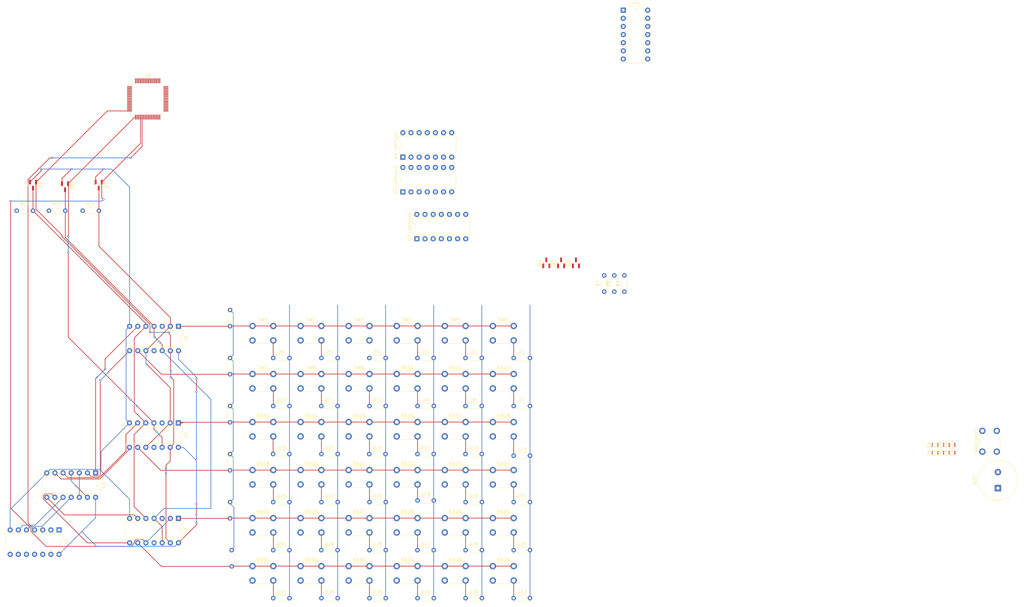
<source format=kicad_pcb>
(kicad_pcb (version 20240108) (generator "pcbnew") (generator_version "8.0")
  (layers (0 "F.Cu" signal) (31 "B.Cu" signal) (34 "B.Paste" user) (35 "F.Paste" user) (36 "B.SilkS" user "B.Silkscreen") (37 "F.SilkS" user "F.Silkscreen") (38 "B.Mask" user) (39 "F.Mask" user) (44 "Edge.Cuts" user))
  (net 0 "")
  (net 1 "GND")
  (net 2 "Net-(BZ1-+)")
  (net 3 "+3.3V")
  (net 4 "Col6")
  (net 5 "Net-(D1-K)")
  (net 6 "Net-(D2-K)")
  (net 7 "Col5")
  (net 8 "Col4")
  (net 9 "Net-(D3-K)")
  (net 10 "Col3")
  (net 11 "Net-(D4-K)")
  (net 12 "Col2")
  (net 13 "Net-(D5-K)")
  (net 14 "Net-(D6-K)")
  (net 15 "Col1")
  (net 16 "Net-(D7-K)")
  (net 17 "Net-(D8-K)")
  (net 18 "Net-(D9-K)")
  (net 19 "Net-(D10-K)")
  (net 20 "Net-(D11-K)")
  (net 21 "Net-(D12-K)")
  (net 22 "Net-(D13-K)")
  (net 23 "Net-(D14-K)")
  (net 24 "Net-(D15-K)")
  (net 25 "Net-(D16-K)")
  (net 26 "Net-(D17-K)")
  (net 27 "Net-(D18-K)")
  (net 28 "Net-(D19-K)")
  (net 29 "Net-(D20-K)")
  (net 30 "Net-(D21-K)")
  (net 31 "Net-(D22-K)")
  (net 32 "Net-(D23-K)")
  (net 33 "Net-(D24-K)")
  (net 34 "Net-(D25-K)")
  (net 35 "Net-(D26-K)")
  (net 36 "Net-(D27-K)")
  (net 37 "Net-(D28-K)")
  (net 38 "Net-(D29-K)")
  (net 39 "Net-(D30-K)")
  (net 40 "Net-(D31-K)")
  (net 41 "Net-(D32-K)")
  (net 42 "Net-(D33-K)")
  (net 43 "Net-(D34-K)")
  (net 44 "Net-(D35-K)")
  (net 45 "Net-(D36-K)")
  (net 46 "NOT1_OUT")
  (net 47 "NOT1_IN")
  (net 48 "NOT2_IN")
  (net 49 "NOT2_OUT")
  (net 50 "NOT3_OUT")
  (net 51 "NOT3_IN")
  (net 52 "A2")
  (net 53 "Net-(Q5-D)")
  (net 54 "A1")
  (net 55 "Net-(Q6-D)")
  (net 56 "Net-(Q7-D)")
  (net 57 "A0")
  (net 58 "Net-(U8-NRST)")
  (net 59 "Row1")
  (net 60 "Row2")
  (net 61 "Row3")
  (net 62 "Row4")
  (net 63 "Row5")
  (net 64 "Row6")
  (net 65 "+5V")
  (net 66 "Net-(U2-Pad8)")
  (net 67 "Net-(U2-Pad6)")
  (net 68 "Net-(U2-demux1C-GND)")
  (net 69 "Net-(U3-Pad6)")
  (net 70 "Net-(U3-Pad8)")
  (net 71 "Net-(U5-Pad6)")
  (net 72 "Net-(U5-Pad8)")
  (net 73 "Net-(U6-Pad11)")
  (net 74 "Net-(U6-Pad12)")
  (net 75 "Net-(U6-Pad13)")
  (net 76 "Net-(U6-Pad10)")
  (net 77 "DEMUX_OUTPUT")
  (net 91 "SCL")
  (net 96 "SDA")
  (net 112 "SWD0")
  (net 122 "VCC")
  (footprint "Button_Switch_THT:SW_PUSH_6mm" (layer "F.Cu") (at 96.5 51.5)
    (property "Reference" "SW18")
    (property "Value" "SW_TOUCHE")
  )
  (footprint "Button_Switch_THT:SW_PUSH_6mm" (layer "F.Cu") (at 21.5 66.5)
    (property "Reference" "SW19")
    (property "Value" "SW_TOUCHE")
  )
  (footprint "Capacitor_SMD:C_0201_0603Metric" (layer "F.Cu") (at 237.15 58.65 90)
    (property "Reference" "C8")
    (property "Value" "10picoF")
  )
  (footprint "Button_Switch_THT:SW_PUSH_6mm" (layer "F.Cu") (at 66.5 81.5)
    (property "Reference" "SW28")
    (property "Value" "SW_TOUCHE")
  )
  (footprint "Package_TO_SOT_SMD:SOT-23" (layer "F.Cu") (at 113.175 1.79 90)
    (property "Reference" "Q1")
    (property "Value" "ZXM61N02F")
  )
  (footprint "Resistor_THT:R_Axial_DIN0204_L3.6mm_D1.6mm_P5.08mm_Horizontal" (layer "F.Cu") (at 14.5 21.58 90)
    (property "Reference" "R1" (hide yes))
    (property "Value" "1000")
  )
  (footprint "Resistor_THT:R_Axial_DIN0204_L3.6mm_D1.6mm_P5.08mm_Horizontal" (layer "F.Cu") (at -52.08 -14.5)
    (property "Reference" "R13")
    (property "Value" "1000")
  )
  (footprint "Button_Switch_THT:SW_PUSH_6mm" (layer "F.Cu") (at 51.5 36.5)
    (property "Reference" "SW9")
    (property "Value" "SW_TOUCHE")
  )
  (footprint "Resistor_THT:R_Axial_DIN0204_L3.6mm_D1.6mm_P5.08mm_Horizontal" (layer "F.Cu") (at 27.92 61.5)
    (property "Reference" "D23")
    (property "Value" "D")
  )
  (footprint "Button_Switch_THT:SW_PUSH_6mm" (layer "F.Cu") (at 66.5 51.5)
    (property "Reference" "SW16")
    (property "Value" "SW_TOUCHE")
  )
  (footprint "Resistor_THT:R_Axial_DIN0204_L3.6mm_D1.6mm_P5.08mm_Horizontal" (layer "F.Cu") (at 27.96 31.5)
    (property "Reference" "D6")
    (property "Value" "D")
  )
  (footprint "Button_Switch_THT:SW_PUSH_6mm" (layer "F.Cu") (at 249.25 60.75 90)
    (property "Reference" "reset_btn1")
    (property "Value" "SW_Push")
  )
  (footprint "Resistor_THT:R_Axial_DIN0204_L3.6mm_D1.6mm_P5.08mm_Horizontal" (layer "F.Cu") (at 88 106.5)
    (property "Reference" "D33")
    (property "Value" "D")
  )
  (footprint "Button_Switch_THT:SW_PUSH_6mm" (layer "F.Cu") (at 21.5 81.5)
    (property "Reference" "SW25")
    (property "Value" "SW_TOUCHE")
  )
  (footprint "Button_Switch_THT:SW_PUSH_6mm" (layer "F.Cu") (at 51.5 96.5)
    (property "Reference" "SW33")
    (property "Value" "SW_TOUCHE")
  )
  (footprint "Resistor_THT:R_Axial_DIN0204_L3.6mm_D1.6mm_P5.08mm_Horizontal" (layer "F.Cu") (at 73 46.5)
    (property "Reference" "D9")
    (property "Value" "D")
  )
  (footprint "Capacitor_SMD:C_0201_0603Metric" (layer "F.Cu") (at 233.65 58.65 90)
    (property "Reference" "C6")
    (property "Value" "10picoF")
  )
  (footprint "Capacitor_SMD:C_0201_0603Metric" (layer "F.Cu") (at 238.9 61.1 90)
    (property "Reference" "C4")
    (property "Value" "10picoF")
  )
  (footprint "Resistor_THT:R_Axial_DIN0204_L3.6mm_D1.6mm_P5.08mm_Horizontal" (layer "F.Cu") (at 87.96 61.5)
    (property "Reference" "D15")
    (property "Value" "D")
  )
  (footprint "Button_Switch_THT:SW_PUSH_6mm" (layer "F.Cu") (at 66.5 96.5)
    (property "Reference" "SW34")
    (property "Value" "SW_TOUCHE")
  )
  (footprint "Resistor_THT:R_Axial_DIN0204_L3.6mm_D1.6mm_P5.08mm_Horizontal" (layer "F.Cu") (at 72.96 31.5)
    (property "Reference" "D3")
    (property "Value" "D")
  )
  (footprint "Resistor_THT:R_Axial_DIN0204_L3.6mm_D1.6mm_P5.08mm_Horizontal" (layer "F.Cu") (at 58 91.5)
    (property "Reference" "D28")
    (property "Value" "D")
  )
  (footprint "Package_DIP:DIP-14_W7.62mm" (layer "F.Cu") (at -1.64 51.78 -90)
    (property "Reference" "U2")
    (property "Value" "74LS21")
  )
  (footprint "Resistor_THT:R_Axial_DIN0204_L3.6mm_D1.6mm_P5.08mm_Horizontal" (layer "F.Cu") (at 42.96 46.5)
    (property "Reference" "D11")
    (property "Value" "D")
  )
  (footprint "Button_Switch_THT:SW_PUSH_6mm" (layer "F.Cu") (at 81.5 21.5)
    (property "Reference" "SW5")
    (property "Value" "SW_TOUCHE")
  )
  (footprint "Resistor_THT:R_Axial_DIN0204_L3.6mm_D1.6mm_P5.08mm_Horizontal" (layer "F.Cu") (at 73 106.5)
    (property "Reference" "D34")
    (property "Value" "D")
  )
  (footprint "Resistor_THT:R_Axial_DIN0204_L3.6mm_D1.6mm_P5.08mm_Horizontal" (layer "F.Cu") (at 103 31.5)
    (property "Reference" "D1")
    (property "Value" "D")
  )
  (footprint "Resistor_THT:R_Axial_DIN0204_L3.6mm_D1.6mm_P5.08mm_Horizontal" (layer "F.Cu") (at 43 76.5)
    (property "Reference" "D22")
    (property "Value" "D")
  )
  (footprint "Resistor_THT:R_Axial_DIN0204_L3.6mm_D1.6mm_P5.08mm_Horizontal" (layer "F.Cu") (at 43 31.5)
    (property "Reference" "D5")
    (property "Value" "D")
  )
  (footprint "Button_Switch_THT:SW_PUSH_6mm" (layer "F.Cu") (at 96.5 66.5)
    (property "Reference" "SW24")
    (property "Value" "SW_TOUCHE")
  )
  (footprint "Resistor_THT:R_Axial_DIN0204_L3.6mm_D1.6mm_P5.08mm_Horizontal" (layer "F.Cu") (at 43 106.5)
    (property "Reference" "D36")
    (property "Value" "D")
  )
  (footprint "Package_TO_SOT_SMD:SOT-23" (layer "F.Cu") (at 117.8 1.79 90)
    (property "Reference" "Q2")
    (property "Value" "ZXM61N02F")
  )
  (footprint "Resistor_THT:R_Axial_DIN0204_L3.6mm_D1.6mm_P5.08mm_Horizontal" (layer "F.Cu") (at 14.5 36.58 90)
    (property "Reference" "R2" (hide yes))
    (property "Value" "1000")
  )
  (footprint "Button_Switch_THT:SW_PUSH_6mm" (layer "F.Cu") (at 36.5 96.5)
    (property "Reference" "SW32")
    (property "Value" "SW_TOUCHE")
  )
  (footprint "Button_Switch_THT:SW_PUSH_6mm" (layer "F.Cu") (at 36.5 21.5)
    (property "Reference" "SW2")
    (property "Value" "SW_TOUCHE")
  )
  (footprint "Button_Switch_THT:SW_PUSH_6mm" (layer "F.Cu") (at 96.5 36.5)
    (property "Reference" "SW12")
    (property "Value" "SW_TOUCHE")
  )
  (footprint "Package_TO_SOT_SMD:SOT-23" (layer "F.Cu") (at 122.425 1.79 90)
    (property "Reference" "Q3")
    (property "Value" "ZXM61N02F")
  )
  (footprint "Button_Switch_THT:SW_PUSH_6mm" (layer "F.Cu") (at 96.5 21.5)
    (property "Reference" "SW6")
    (property "Value" "SW_TOUCHE")
  )
  (footprint "Resistor_THT:R_Axial_DIN0204_L3.6mm_D1.6mm_P5.08mm_Horizontal" (layer "F.Cu") (at 27.96 106.5)
    (property "Reference" "D31")
    (property "Value" "D")
  )
  (footprint "Capacitor_SMD:C_0201_0603Metric" (layer "F.Cu") (at 233.65 61.1 90)
    (property "Reference" "C1")
    (property "Value" "10picoF")
  )
  (footprint "Capacitor_SMD:C_0201_0603Metric" (layer "F.Cu") (at 235.4 58.65 90)
    (property "Reference" "C7")
    (property "Value" "10picoF")
  )
  (footprint "Buzzer_Beeper:Buzzer_TDK_PS1240P02BT_D12.2mm_H6.5mm" (layer "F.Cu") (at 254.1 72.141569 90)
    (property "Reference" "BZ1")
    (property "Value" "Buzzer")
  )
  (footprint "Button_Switch_THT:SW_PUSH_6mm" (layer "F.Cu") (at 66.5 21.5)
    (property "Reference" "SW4")
    (property "Value" "SW_TOUCHE")
  )
  (footprint "Package_DIP:DIP-14_W7.62mm" (layer "F.Cu") (at 72.795 -5.73 90)
    (property "Reference" "U2-demux1")
    (property "Value" "74LS21")
  )
  (footprint "Resistor_THT:R_Axial_DIN0204_L3.6mm_D1.6mm_P5.08mm_Horizontal" (layer "F.Cu") (at 88 91.5)
    (property "Reference" "D26")
    (property "Value" "D")
  )
  (footprint "Resistor_THT:R_Axial_DIN0204_L3.6mm_D1.6mm_P5.08mm_Horizontal" (layer "F.Cu") (at -42 -14.5)
    (property "Reference" "R12")
    (property "Value" "1000")
  )
  (footprint "Package_TO_SOT_SMD:SOT-23" (layer "F.Cu") (at -37 -22 -90)
    (property "Reference" "Q6")
    (property "Value" "ZXM61N02F")
  )
  (footprint "Resistor_THT:R_Axial_DIN0204_L3.6mm_D1.6mm_P5.08mm_Horizontal" (layer "F.Cu") (at 58 106.5)
    (property "Reference" "D35")
    (property "Value" "D")
  )
  (footprint "Resistor_THT:R_Axial_DIN0204_L3.6mm_D1.6mm_P5.08mm_Horizontal" (layer "F.Cu") (at 87.96 46.5)
    (property "Reference" "D8")
    (property "Value" "D")
  )
  (footprint "Resistor_THT:R_Axial_DIN0204_L3.6mm_D1.6mm_P5.08mm_Horizontal" (layer "F.Cu") (at 72.96 61.5)
    (property "Reference" "D17")
    (property "Value" "D")
  )
  (footprint "Package_DIP:DIP-14_W7.62mm" (layer "F.Cu") (at 68.42 -20.38 90)
    (property "Reference" "U3-demux1")
    (property "Value" "74LS21")
  )
  (footprint "Button_Switch_THT:SW_PUSH_6mm" (layer "F.Cu") (at 81.5 96.5)
    (property "Reference" "SW35")
    (property "Value" "SW_TOUCHE")
  )
  (footprint "Button_Switch_THT:SW_PUSH_6mm" (layer "F.Cu") (at 51.5 81.5)
    (property "Reference" "SW27")
    (property "Value" "SW_TOUCHE")
  )
  (footprint "Resistor_THT:R_Axial_DIN0204_L3.6mm_D1.6mm_P5.08mm_Horizontal" (layer "F.Cu") (at 14.5 66.58 90)
    (property "Reference" "R4" (hide yes))
    (property "Value" "1000")
  )
  (footprint "Package_DIP:DIP-14_W7.62mm" (layer "F.Cu") (at -1.6 21.6 -90)
    (property "Reference" "U5")
    (property "Value" "74LS21")
  )
  (footprint "Resistor_THT:R_Axial_DIN0204_L3.6mm_D1.6mm_P5.08mm_Horizontal" (layer "F.Cu") (at 14.5 81.58 90)
    (property "Reference" "R5" (hide yes))
    (property "Value" "1000")
  )
  (footprint "Resistor_THT:R_Axial_DIN0204_L3.6mm_D1.6mm_P5.08mm_Horizontal" (layer "F.Cu") (at 87.96 31.5)
    (property "Reference" "D2")
    (property "Value" "D")
  )
  (footprint "Resistor_THT:R_Axial_DIN0204_L3.6mm_D1.6mm_P5.08mm_Horizontal" (layer "F.Cu") (at 137.55 10.79 90)
    (property "Reference" "R9")
    (property "Value" "1000")
  )
  (footprint "Resistor_THT:R_Axial_DIN0204_L3.6mm_D1.6mm_P5.08mm_Horizontal" (layer "F.Cu") (at 57.92 61.5)
    (property "Reference" "D19")
    (property "Value" "D")
  )
  (footprint "Button_Switch_THT:SW_PUSH_6mm" (layer "F.Cu") (at 51.5 51.5)
    (property "Reference" "SW15")
    (property "Value" "SW_TOUCHE")
  )
  (footprint "Resistor_THT:R_Axial_DIN0204_L3.6mm_D1.6mm_P5.08mm_Horizontal" (layer "F.Cu") (at 58 46.5)
    (property "Reference" "D10")
    (property "Value" "D")
  )
  (footprint "Resistor_THT:R_Axial_DIN0204_L3.6mm_D1.6mm_P5.08mm_Horizontal" (layer "F.Cu") (at 73 76)
    (property "Reference" "D18")
    (property "Value" "D")
  )
  (footprint "Resistor_THT:R_Axial_DIN0204_L3.6mm_D1.6mm_P5.08mm_Horizontal" (layer "F.Cu") (at 103 62)
    (property "Reference" "D13")
    (property "Value" "D")
  )
  (footprint "Button_Switch_THT:SW_PUSH_6mm" (layer "F.Cu") (at 81.5 36.5)
    (property "Reference" "SW11")
    (property "Value" "SW_TOUCHE")
  )
  (footprint "Resistor_THT:R_Axial_DIN0204_L3.6mm_D1.6mm_P5.08mm_Horizontal" (layer "F.Cu") (at 103 46.5)
    (property "Reference" "D7")
    (property "Value" "D")
  )
  (footprint "Button_Switch_THT:SW_PUSH_6mm" (layer "F.Cu") (at 66.5 66.5)
    (property "Reference" "SW22")
    (property "Value" "SW_TOUCHE")
  )
  (footprint "Resistor_THT:R_Axial_DIN0204_L3.6mm_D1.6mm_P5.08mm_Horizontal" (layer "F.Cu") (at 27.96 76.5)
    (property "Reference" "D24")
    (property "Value" "D")
  )
  (footprint "Button_Switch_THT:SW_PUSH_6mm" (layer "F.Cu") (at 21.5 96.5)
    (property "Reference" "SW31")
    (property "Value" "SW_TOUCHE")
  )
  (footprint "Resistor_THT:R_Axial_DIN0204_L3.6mm_D1.6mm_P5.08mm_Horizontal" (layer "F.Cu") (at 103 106.5)
    (property "Reference" "D32")
    (property "Value" "D")
  )
  (footprint "Package_DIP:DIP-14_W7.62mm" (layer "F.Cu") (at 137.2 -77.125)
    (property "Reference" "U4")
    (property "Value" "74LS21")
  )
  (footprint "Button_Switch_THT:SW_PUSH_6mm" (layer "F.Cu") (at 36.5 66.5)
    (property "Reference" "SW20")
    (property "Value" "SW_TOUCHE")
  )
  (footprint "Capacitor_SMD:C_0201_0603Metric" (layer "F.Cu") (at 235.4 61.1 90)
    (property "Reference" "C2")
    (property "Value" "10picoF")
  )
  (footprint "Package_DIP:DIP-14_W7.62mm" (layer "F.Cu") (at 68.42 -31.23 90)
    (property "Reference" "U4-demux1")
    (property "Value" "74LS21")
  )
  (footprint "Resistor_THT:R_Axial_DIN0204_L3.6mm_D1.6mm_P5.08mm_Horizontal" (layer "F.Cu") (at 88 76.5)
    (property "Reference" "D16")
    (property "Value" "D")
  )
  (footprint "Capacitor_SMD:C_0201_0603Metric" (layer "F.Cu") (at 237.15 61.1 90)
    (property "Reference" "C3")
    (property "Value" "10picoF")
  )
  (footprint "Package_QFP:LQFP-64_10x10mm_P0.5mm" (layer "F.Cu") (at -11.2 -49.4)
    (property "Reference" "U8")
    (property "Value" "STM32F103RBTx")
  )
  (footprint "Button_Switch_THT:SW_PUSH_6mm" (layer "F.Cu") (at 21.5 21.5)
    (property "Reference" "SW1")
    (property "Value" "SW_TOUCHE")
  )
  (footprint "Resistor_THT:R_Axial_DIN0204_L3.6mm_D1.6mm_P5.08mm_Horizontal" (layer "F.Cu") (at 103 76.5)
    (property "Reference" "D14")
    (property "Value" "D")
  )
  (footprint "Package_DIP:DIP-14_W7.62mm" (layer "F.Cu") (at -38.875 85.2 -90)
    (property "Reference" "U7")
    (property "Value" "4071")
  )
  (footprint "Resistor_THT:R_Axial_DIN0204_L3.6mm_D1.6mm_P5.08mm_Horizontal" (layer "F.Cu") (at 58 76.5)
    (property "Reference" "D20")
    (property "Value" "D")
  )
  (footprint "Button_Switch_THT:SW_PUSH_6mm" (layer "F.Cu") (at 21.5 36.5)
    (property "Reference" "SW7")
    (property "Value" "SW_TOUCHE")
  )
  (footprint "Button_Switch_THT:SW_PUSH_6mm" (layer "F.Cu") (at 81.5 51.5)
    (property "Reference" "SW17")
    (property "Value" "SW_TOUCHE")
  )
  (footprint "Package_TO_SOT_SMD:SOT-23" (layer "F.Cu") (at -47 -22.5 -90)
    (property "Reference" "Q7")
    (property "Value" "ZXM61N02F")
  )
  (footprint "Resistor_THT:R_Axial_DIN0204_L3.6mm_D1.6mm_P5.08mm_Horizontal" (layer "F.Cu") (at 57.96 31.5)
    (property "Reference" "D4")
    (property "Value" "D")
  )
  (footprint "Button_Switch_THT:SW_PUSH_6mm" (layer "F.Cu") (at 36.5 81.5)
    (property "Reference" "SW26")
    (property "Value" "SW_TOUCHE")
  )
  (footprint "Resistor_THT:R_Axial_DIN0204_L3.6mm_D1.6mm_P5.08mm_Horizontal" (layer "F.Cu") (at 72.96 91.5)
    (property "Reference" "D27")
    (property "Value" "D")
  )
  (footprint "Button_Switch_THT:SW_PUSH_6mm" (layer "F.Cu") (at 96.5 96.5)
    (property "Reference" "SW36")
    (property "Value" "SW_TOUCHE")
  )
  (footprint "Resistor_THT:R_Axial_DIN0204_L3.6mm_D1.6mm_P5.08mm_Horizontal" (layer "F.Cu") (at 42.96 91.5)
    (property "Reference" "D29")
    (property "Value" "D")
  )
  (footprint "Package_DIP:DIP-14_W7.62mm" (layer "F.Cu") (at -27.46 67.38 -90)
    (property "Reference" "U6")
    (property "Value" "4071")
  )
  (footprint "Capacitor_SMD:C_0201_0603Metric" (layer "F.Cu") (at 240.65 58.65 90)
    (property "Reference" "C10")
    (property "Value" "10picoF")
  )
  (footprint "Button_Switch_THT:SW_PUSH_6mm" (layer "F.Cu") (at 36.5 51.5)
    (property "Reference" "SW14")
    (property "Value" "SW_TOUCHE")
  )
  (footprint "Package_TO_SOT_SMD:SOT-23" (layer "F.Cu") (at -26.5 -22.5 -90)
    (property "Reference" "Q5")
    (property "Value" "ZXM61N02F")
  )
  (footprint "Button_Switch_THT:SW_PUSH_6mm" (layer "F.Cu") (at 51.5 66.5)
    (property "Reference" "SW21")
    (property "Value" "SW_TOUCHE")
  )
  (footprint "Button_Switch_THT:SW_PUSH_6mm" (layer "F.Cu") (at 21.5 51.5)
    (property "Reference" "SW13")
    (property "Value" "SW_TOUCHE")
  )
  (footprint "Button_Switch_THT:SW_PUSH_6mm" (layer "F.Cu") (at 51.5 21.5)
    (property "Reference" "SW3")
    (property "Value" "SW_TOUCHE")
  )
  (footprint "Capacitor_SMD:C_0201_0603Metric" (layer "F.Cu") (at 238.9 58.65 90)
    (property "Reference" "C9")
    (property "Value" "10picoF")
  )
  (footprint "Button_Switch_THT:SW_PUSH_6mm" (layer "F.Cu") (at 81.5 66.5)
    (property "Reference" "SW23")
    (property "Value" "SW_TOUCHE")
  )
  (footprint "Resistor_THT:R_Axial_DIN0204_L3.6mm_D1.6mm_P5.08mm_Horizontal" (layer "F.Cu") (at 43 61.5)
    (property "Reference" "D21")
    (property "Value" "D")
  )
  (footprint "Resistor_THT:R_Axial_DIN0204_L3.6mm_D1.6mm_P5.08mm_Horizontal" (layer "F.Cu") (at 134.4 10.79 90)
    (property "Reference" "R8")
    (property "Value" "1000")
  )
  (footprint "Resistor_THT:R_Axial_DIN0204_L3.6mm_D1.6mm_P5.08mm_Horizontal" (layer "F.Cu") (at -31.5 -14.5)
    (property "Reference" "R11")
    (property "Value" "1000")
  )
  (footprint "Button_Switch_THT:SW_PUSH_6mm" (layer "F.Cu") (at 81.5 81.5)
    (property "Reference" "SW29")
    (property "Value" "SW_TOUCHE")
  )
  (footprint "Package_DIP:DIP-14_W7.62mm" (layer "F.Cu") (at -1.6 81.6 -90)
    (property "Reference" "U3")
    (property "Value" "74LS21")
  )
  (footprint "Resistor_THT:R_Axial_DIN0204_L3.6mm_D1.6mm_P5.08mm_Horizontal" (layer "F.Cu") (at 15 96.58 90)
    (property "Reference" "R6" (hide yes))
    (property "Value" "1000")
  )
  (footprint "Capacitor_SMD:C_0201_0603Metric" (layer "F.Cu") (at 240.65 61.1 90)
    (property "Reference" "C5")
    (property "Value" "10picoF")
  )
  (footprint "Resistor_THT:R_Axial_DIN0204_L3.6mm_D1.6mm_P5.08mm_Horizontal" (layer "F.Cu") (at 27.96 46.5)
    (property "Reference" "D12")
    (property "Value" "D")
  )
  (footprint "Button_Switch_THT:SW_PUSH_6mm" (layer "F.Cu") (at 96.5 81.5)
    (property "Reference" "SW30")
    (property "Value" "SW_TOUCHE")
  )
  (footprint "Resistor_THT:R_Axial_DIN0204_L3.6mm_D1.6mm_P5.08mm_Horizontal" (layer "F.Cu") (at 103 91.5)
    (property "Reference" "D25")
    (property "Value" "D")
  )
  (footprint "Resistor_THT:R_Axial_DIN0204_L3.6mm_D1.6mm_P5.08mm_Horizontal" (layer "F.Cu") (at 14.5 51.58 90)
    (property "Reference" "R3" (hide yes))
    (property "Value" "1000")
  )
  (footprint "Button_Switch_THT:SW_PUSH_6mm" (layer "F.Cu") (at 66.5 36.5)
    (property "Reference" "SW10")
    (property "Value" "SW_TOUCHE")
  )
  (footprint "Resistor_THT:R_Axial_DIN0204_L3.6mm_D1.6mm_P5.08mm_Horizontal" (layer "F.Cu") (at 27.96 91.5)
    (property "Reference" "D30")
    (property "Value" "D")
  )
  (footprint "Resistor_THT:R_Axial_DIN0204_L3.6mm_D1.6mm_P5.08mm_Horizontal" (layer "F.Cu") (at 131.25 10.79 90)
    (property "Reference" "R7")
    (property "Value" "1000")
  )
  (footprint "Button_Switch_THT:SW_PUSH_6mm" (layer "F.Cu") (at 36.5 36.5)
    (property "Reference" "SW8")
    (property "Value" "SW_TOUCHE")
  )
  (segment (start -27.45 -23.4375) (end -27.45 -25.05) (width 0.2) (layer "F.Cu") (net 1))
  (segment (start -37.95 -22.9375) (end -37.95 -24.55) (width 0.2) (layer "F.Cu") (net 1))
  (segment (start -37.95 -24.55) (end -35 -27.5) (width 0.2) (layer "F.Cu") (net 1))
  (segment (start -27.45 -25.05) (end -25 -27.5) (width 0.2) (layer "F.Cu") (net 1))
  (segment (start -44.458511 -26.928989) (end -47.95 -23.4375) (width 0.2) (layer "F.Cu") (net 1))
  (segment (start -44.458511 -27.458511) (end -44.458511 -26.928989) (width 0.2) (layer "F.Cu") (net 1))
  (via (at -44.458511 -27.458511) (size 0.6) (drill 0.3) (layers "F.Cu" "B.Cu") (net 1))
  (via (at -25 -27.5) (size 0.6) (drill 0.3) (layers "F.Cu" "B.Cu") (net 1))
  (via (at -35 -27.5) (size 0.6) (drill 0.3) (layers "F.Cu" "B.Cu") (net 1))
  (segment (start 14.5 61.5) (end 15.5 62.5) (width 0.2) (layer "B.Cu") (net 1))
  (segment (start 15.7 90.8) (end 15 91.5) (width 0.2) (layer "B.Cu") (net 1))
  (segment (start 15.7 78.2) (end 15.7 90.8) (width 0.2) (layer "B.Cu") (net 1))
  (segment (start -25.75 60.65) (end -16.88 51.78) (width 0.2) (layer "B.Cu") (net 1))
  (segment (start -16.84 75.66) (end -16.84 81.6) (width 0.2) (layer "B.Cu") (net 1))
  (segment (start 15.5 32.5) (end 15.5 45.5) (width 0.2) (layer "B.Cu") (net 1))
  (segment (start 15.5 17.5) (end 15.5 30.5) (width 0.2) (layer "B.Cu") (net 1))
  (segment (start 14.5 76.5) (end 14.5 77) (width 0.2) (layer "B.Cu") (net 1))
  (segment (start -26.22 66.28) (end -25.75 66.75) (width 0.2) (layer "B.Cu") (net 1))
  (segment (start 15.5 47.5) (end 15.5 60.5) (width 0.2) (layer "B.Cu") (net 1))
  (segment (start 15.5 30.5) (end 14.5 31.5) (width 0.2) (layer "B.Cu") (net 1))
  (segment (start 14.5 77) (end 15.7 78.2) (width 0.2) (layer "B.Cu") (net 1))
  (segment (start -25.75 66.75) (end -25.75 60.65) (width 0.2) (layer "B.Cu") (net 1))
  (segment (start 14.5 16.5) (end 15.5 17.5) (width 0.2) (layer "B.Cu") (net 1))
  (segment (start 15.5 75.5) (end 14.5 76.5) (width 0.2) (layer "B.Cu") (net 1))
  (segment (start -22.5 -27.5) (end -25 -27.5) (width 0.2) (layer "B.Cu") (net 1))
  (segment (start -17.94 22.7) (end -16.84 21.6) (width 0.2) (layer "B.Cu") (net 1))
  (segment (start -25.75 66.75) (end -16.84 75.66) (width 0.2) (layer "B.Cu") (net 1))
  (segment (start 15.5 60.5) (end 14.5 61.5) (width 0.2) (layer "B.Cu") (net 1))
  (segment (start -16.84 21.6) (end -16.84 -21.84) (width 0.2) (layer "B.Cu") (net 1))
  (segment (start -42.7 67.38) (end -41.6 66.28) (width 0.2) (layer "B.Cu") (net 1))
  (segment (start -16.88 51.78) (end -17.94 50.72) (width 0.2) (layer "B.Cu") (net 1))
  (segment (start -41.6 66.28) (end -26.22 66.28) (width 0.2) (layer "B.Cu") (net 1))
  (segment (start -54.115 85.2) (end -54.115 78.795) (width 0.2) (layer "B.Cu") (net 1))
  (segment (start 15.5 62.5) (end 15.5 75.5) (width 0.2) (layer "B.Cu") (net 1))
  (segment (start -35 -27.5) (end -44.5 -27.5) (width 0.2) (layer "B.Cu") (net 1))
  (segment (start -16.84 -21.84) (end -22.5 -27.5) (width 0.2) (layer "B.Cu") (net 1))
  (segment (start -54.115 78.795) (end -42.7 67.38) (width 0.2) (layer "B.Cu") (net 1))
  (segment (start -17.94 50.72) (end -17.94 22.7) (width 0.2) (layer "B.Cu") (net 1))
  (segment (start -44.5 -27.5) (end -44.458511 -27.458511) (width 0.2) (layer "B.Cu") (net 1))
  (segment (start 14.5 31.5) (end 15.5 32.5) (width 0.2) (layer "B.Cu") (net 1))
  (segment (start 15.5 45.5) (end 14.5 46.5) (width 0.2) (layer "B.Cu") (net 1))
  (segment (start 14.5 46.5) (end 15.5 47.5) (width 0.2) (layer "B.Cu") (net 1))
  (segment (start -25 -27.5) (end -35 -27.5) (width 0.2) (layer "B.Cu") (net 1))
  (segment (start 108.08 31.5) (end 108.08 15.08) (width 0.2) (layer "B.Cu") (net 4))
  (segment (start 108.08 15.08) (end 108 15) (width 0.2) (layer "B.Cu") (net 4))
  (segment (start 108.08 31.5) (end 108.08 106.5) (width 0.2) (layer "B.Cu") (net 4))
  (segment (start 103 26) (end 103 31.5) (width 0.2) (layer "F.Cu") (net 5))
  (segment (start 88 26) (end 88 31.46) (width 0.2) (layer "F.Cu") (net 6))
  (segment (start 88 31.46) (end 87.96 31.5) (width 0.2) (layer "F.Cu") (net 6))
  (segment (start 93.08 106.5) (end 93.08 31.54) (width 0.2) (layer "B.Cu") (net 7))
  (segment (start 93.08 31.54) (end 93.04 31.5) (width 0.2) (layer "B.Cu") (net 7))
  (segment (start 93.04 31.5) (end 93.04 15.04) (width 0.2) (layer "B.Cu") (net 7))
  (segment (start 78.04 106.46) (end 78.08 106.5) (width 0.2) (layer "B.Cu") (net 8))
  (segment (start 78.04 31.5) (end 78.04 106.46) (width 0.2) (layer "B.Cu") (net 8))
  (segment (start 78.04 15.04) (end 78 15) (width 0.2) (layer "B.Cu") (net 8))
  (segment (start 78.04 31.5) (end 78.04 15.04) (width 0.2) (layer "B.Cu") (net 8))
  (segment (start 73 31.46) (end 72.96 31.5) (width 0.2) (layer "F.Cu") (net 9))
  (segment (start 73 26) (end 73 31.46) (width 0.2) (layer "F.Cu") (net 9))
  (segment (start 63.04 15.04) (end 63 15) (width 0.2) (layer "B.Cu") (net 10))
  (segment (start 63.04 31.5) (end 63.04 106.46) (width 0.2) (layer "B.Cu") (net 10))
  (segment (start 63.04 31.5) (end 63.04 15.04) (width 0.2) (layer "B.Cu") (net 10))
  (segment (start 63.04 106.46) (end 63.08 106.5) (width 0.2) (layer "B.Cu") (net 10))
  (segment (start 48.08 31.5) (end 48.08 106.5) (width 0.2) (layer "B.Cu") (net 12))
  (segment (start 48.08 31.5) (end 48.08 15.08) (width 0.2) (layer "B.Cu") (net 12))
  (segment (start 48.08 15.08) (end 48 15) (width 0.2) (layer "B.Cu") (net 12))
  (segment (start 43 26) (end 43 31.5) (width 0.2) (layer "F.Cu") (net 13))
  (segment (start 27.96 26.54) (end 27.96 31.5) (width 0.2) (layer "F.Cu") (net 14))
  (segment (start 28 26.5) (end 27.96 26.54) (width 0.2) (layer "F.Cu") (net 14))
  (segment (start 28 26) (end 28 26.5) (width 0.2) (layer "F.Cu") (net 14))
  (segment (start 33.04 31.5) (end 33.04 15.04) (width 0.2) (layer "B.Cu") (net 15))
  (segment (start 33.04 31.5) (end 33.04 106.5) (width 0.2) (layer "B.Cu") (net 15))
  (segment (start 33 15) (end 33.04 15.04) (width 0.2) (layer "B.Cu") (net 15))
  (segment (start 103 41) (end 103 46.5) (width 0.2) (layer "F.Cu") (net 16))
  (segment (start 88 41) (end 88 46.46) (width 0.2) (layer "F.Cu") (net 17))
  (segment (start 88 46.46) (end 87.96 46.5) (width 0.2) (layer "F.Cu") (net 17))
  (segment (start 73 41) (end 73 46.5) (width 0.2) (layer "F.Cu") (net 18))
  (segment (start 58 41) (end 58 46.5) (width 0.2) (layer "F.Cu") (net 19))
  (segment (start 43 41) (end 43 46.46) (width 0.2) (layer "F.Cu") (net 20))
  (segment (start 43 46.46) (end 42.96 46.5) (width 0.2) (layer "F.Cu") (net 20))
  (segment (start 28 41) (end 28 46.46) (width 0.2) (layer "F.Cu") (net 21))
  (segment (start 28 46.46) (end 27.96 46.5) (width 0.2) (layer "F.Cu") (net 21))
  (segment (start 103 56) (end 103 62) (width 0.2) (layer "F.Cu") (net 22))
  (segment (start 103 71) (end 103 76.5) (width 0.2) (layer "F.Cu") (net 23))
  (segment (start 88 61.46) (end 87.96 61.5) (width 0.2) (layer "F.Cu") (net 24))
  (segment (start 88 56) (end 88 61.46) (width 0.2) (layer "F.Cu") (net 24))
  (segment (start 88 71) (end 88 76.5) (width 0.2) (layer "F.Cu") (net 25))
  (segment (start 73 61.46) (end 72.96 61.5) (width 0.2) (layer "F.Cu") (net 26))
  (segment (start 73 56) (end 73 61.46) (width 0.2) (layer "F.Cu") (net 26))
  (segment (start 73 71) (end 73 76) (width 0.2) (layer "F.Cu") (net 27))
  (segment (start 58 56) (end 58 61.42) (width 0.2) (layer "F.Cu") (net 28))
  (segment (start 58 61.42) (end 57.92 61.5) (width 0.2) (layer "F.Cu") (net 28))
  (segment (start 58 71) (end 58 76.5) (width 0.2) (layer "F.Cu") (net 29))
  (segment (start 43 56) (end 43 61.5) (width 0.2) (layer "F.Cu") (net 30))
  (segment (start 43 71) (end 43 76.5) (width 0.2) (layer "F.Cu") (net 31))
  (segment (start 28 56.5) (end 27.92 56.58) (width 0.2) (layer "F.Cu") (net 32))
  (segment (start 27.92 56.58) (end 27.92 61.5) (width 0.2) (layer "F.Cu") (net 32))
  (segment (start 28 56) (end 28 56.5) (width 0.2) (layer "F.Cu") (net 32))
  (segment (start 28 71) (end 28 76.46) (width 0.2) (layer "F.Cu") (net 33))
  (segment (start 28 76.46) (end 27.96 76.5) (width 0.2) (layer "F.Cu") (net 33))
  (segment (start 103 86) (end 103 91.5) (width 0.2) (layer "F.Cu") (net 34))
  (segment (start 88 86) (end 88 91.5) (width 0.2) (layer "F.Cu") (net 35))
  (segment (start 73 86) (end 73 91.46) (width 0.2) (layer "F.Cu") (net 36))
  (segment (start 73 91.46) (end 72.96 91.5) (width 0.2) (layer "F.Cu") (net 36))
  (segment (start 58 86) (end 58 91.5) (width 0.2) (layer "F.Cu") (net 37))
  (segment (start 43 86) (end 43 91.46) (width 0.2) (layer "F.Cu") (net 38))
  (segment (start 43 91.46) (end 42.96 91.5) (width 0.2) (layer "F.Cu") (net 38))
  (segment (start 28 91.46) (end 27.96 91.5) (width 0.2) (layer "F.Cu") (net 39))
  (segment (start 28 86) (end 28 91.46) (width 0.2) (layer "F.Cu") (net 39))
  (segment (start 28 106.46) (end 27.96 106.5) (width 0.2) (layer "F.Cu") (net 40))
  (segment (start 28 101) (end 28 106.46) (width 0.2) (layer "F.Cu") (net 40))
  (segment (start 103 101) (end 103 106.5) (width 0.2) (layer "F.Cu") (net 41))
  (segment (start 88 101) (end 88 106.5) (width 0.2) (layer "F.Cu") (net 42))
  (segment (start 73 101) (end 73 106.5) (width 0.2) (layer "F.Cu") (net 43))
  (segment (start 58 101) (end 58 106.5) (width 0.2) (layer "F.Cu") (net 44))
  (segment (start 43 101) (end 43 106.5) (width 0.2) (layer "F.Cu") (net 45))
  (segment (start -15.4 88.764365) (end -15.4 89.335635) (width 0.2) (layer "F.Cu") (net 52))
  (segment (start -12.86 88.12) (end -14.755635 88.12) (width 0.2) (layer "F.Cu") (net 52))
  (segment (start -25.55 -23.4375) (end -13.45 -35.5375) (width 0.2) (layer "F.Cu") (net 52))
  (segment (start -13.45 -35.5375) (end -13.45 -43.725) (width 0.2) (layer "F.Cu") (net 52))
  (segment (start -16.384365 90.32) (end -42.930635 90.32) (width 0.2) (layer "F.Cu") (net 52))
  (segment (start -14.755635 88.12) (end -15.4 88.764365) (width 0.2) (layer "F.Cu") (net 52))
  (segment (start -54 78.339365) (end -54 -17.5) (width 0.2) (layer "F.Cu") (net 52))
  (segment (start -25 -18) (end -25.55 -18.55) (width 0.2) (layer "F.Cu") (net 52))
  (segment (start -15.4 89.335635) (end -16.384365 90.32) (width 0.2) (layer "F.Cu") (net 52))
  (segment (start -47.595 85.655635) (end -47.595 84.744365) (width 0.2) (layer "F.Cu") (net 52))
  (segment (start -11.76 89.22) (end -12.86 88.12) (width 0.2) (layer "F.Cu") (net 52))
  (segment (start -47.595 84.744365) (end -54 78.339365) (width 0.2) (layer "F.Cu") (net 52))
  (segment (start -42.930635 90.32) (end -47.595 85.655635) (width 0.2) (layer "F.Cu") (net 52))
  (segment (start -25.55 -18.55) (end -25.55 -23.4375) (width 0.2) (layer "F.Cu") (net 52))
  (via (at -54 -17.5) (size 0.6) (drill 0.3) (layers "F.Cu" "B.Cu") (net 52))
  (via (at -25 -18) (size 0.6) (drill 0.3) (layers "F.Cu" "B.Cu") (net 52))
  (segment (start -25.5 -17.5) (end -25 -18) (width 0.2) (layer "B.Cu") (net 52))
  (segment (start -54 -17.5) (end -25.5 -17.5) (width 0.2) (layer "B.Cu") (net 52))
  (segment (start -11.76 89.22) (end -4.14 81.6) (width 0.2) (layer "B.Cu") (net 52))
  (segment (start -4.18 40.82) (end -11.5 33.5) (width 0.2) (layer "F.Cu") (net 53))
  (segment (start -11.8 59.4) (end -4.18 51.78) (width 0.2) (layer "F.Cu") (net 53))
  (segment (start -4.14 21.6) (end -11.76 29.22) (width 0.2) (layer "F.Cu") (net 53))
  (segment (start -26.42 -3.42) (end -4.14 18.86) (width 0.2) (layer "F.Cu") (net 53))
  (segment (start -4.14 18.86) (end -4.14 21.6) (width 0.2) (layer "F.Cu") (net 53))
  (segment (start -26.42 -14.5) (end -26.42 -21.4825) (width 0.2) (layer "F.Cu") (net 53))
  (segment (start -4.18 51.78) (end -4.18 40.82) (width 0.2) (layer "F.Cu") (net 53))
  (segment (start -26.42 -21.4825) (end -26.5 -21.5625) (width 0.2) (layer "F.Cu") (net 53))
  (segment (start -26.42 -14.5) (end -26.42 -3.42) (width 0.2) (layer "F.Cu") (net 53))
  (via (at -11.5 33.5) (size 0.6) (drill 0.3) (layers "F.Cu" "B.Cu") (net 53))
  (segment (start -11.76 33.24) (end -11.76 29.22) (width 0.2) (layer "B.Cu") (net 53))
  (segment (start -11.5 33.5) (end -11.76 33.24) (width 0.2) (layer "B.Cu") (net 53))
  (segment (start -14.5 46.54) (end -14.5 46.5) (width 0.2) (layer "F.Cu") (net 54))
  (segment (start -36 -6.5) (end -35.92 -6.58) (width 0.2) (layer "F.Cu") (net 54))
  (segment (start -15.2625 -43.725) (end -14.95 -43.725) (width 0.2) (layer "F.Cu") (net 54))
  (segment (start -6.72 56.28) (end -7.275735 55.724265) (width 0.2) (layer "F.Cu") (net 54))
  (segment (start -6.72 59.4) (end -6.72 56.28) (width 0.2) (layer "F.Cu") (net 54))
  (segment (start -36 25) (end -36 -1.5) (width 0.2) (layer "F.Cu") (net 54))
  (segment (start -8.5 54.5) (end -9.26 53.74) (width 0.2) (layer "F.Cu") (net 54))
  (segment (start -35.92 -6.58) (end -35.92 -22.8075) (width 0.2) (layer "F.Cu") (net 54))
  (segment (start -9.26 53.74) (end -9.26 51.78) (width 0.2) (layer "F.Cu") (net 54))
  (segment (start -9.26 51.78) (end -14.5 46.54) (width 0.2) (layer "F.Cu") (net 54))
  (segment (start -36.05 -22.9375) (end -15.2625 -43.725) (width 0.2) (layer "F.Cu") (net 54))
  (segment (start -35.92 -22.8075) (end -36.05 -22.9375) (width 0.2) (layer "F.Cu") (net 54))
  (segment (start -16.5 44.5) (end -36 25) (width 0.2) (layer "F.Cu") (net 54))
  (via (at -36 -1.5) (size 0.6) (drill 0.3) (layers "F.Cu" "B.Cu") (net 54))
  (via (at -36 -6.5) (size 0.6) (drill 0.3) (layers "F.Cu" "B.Cu") (net 54))
  (via (at -8.5 54.5) (size 0.6) (drill 0.3) (layers "F.Cu" "B.Cu") (net 54))
  (via (at -16.5 44.5) (size 0.6) (drill 0.3) (layers "F.Cu" "B.Cu") (net 54))
  (via (at -14.5 46.5) (size 0.6) (drill 0.3) (layers "F.Cu" "B.Cu") (net 54))
  (via (at -7.275735 55.724265) (size 0.6) (drill 0.3) (layers "F.Cu" "B.Cu") (net 54))
  (segment (start -14.5 46.5) (end -16.5 44.5) (width 0.2) (layer "B.Cu") (net 54))
  (segment (start -36 -1.5) (end -36 -6.5) (width 0.2) (layer "B.Cu") (net 54))
  (segment (start -7.275735 55.724265) (end -8.5 54.5) (width 0.2) (layer "B.Cu") (net 54))
  (segment (start -6.68 84.14) (end -9.22 81.6) (width 0.2) (layer "F.Cu") (net 55))
  (segment (start -6.68 27.32) (end -6.68 29.22) (width 0.2) (layer "F.Cu") (net 55))
  (segment (start -9.22 21.6) (end -9.22 24.78) (width 0.2) (layer "F.Cu") (net 55))
  (segment (start -7.5 26.5) (end -6.68 27.32) (width 0.2) (layer "F.Cu") (net 55))
  (segment (start -6.68 89.22) (end -6.68 84.14) (width 0.2) (layer "F.Cu") (net 55))
  (segment (start -36.92 -14.5) (end -36.92 -20.9825) (width 0.2) (layer "F.Cu") (net 55))
  (segment (start -36.92 -14.5) (end -36.92 -6.1) (width 0.2) (layer "F.Cu") (net 55))
  (segment (start -36.92 -20.9825) (end -37 -21.0625) (width 0.2) (layer "F.Cu") (net 55))
  (segment (start -36.92 -6.1) (end -9.22 21.6) (width 0.2) (layer "F.Cu") (net 55))
  (segment (start -9.22 24.78) (end -9 25) (width 0.2) (layer "F.Cu") (net 55))
  (via (at -9 25) (size 0.6) (drill 0.3) (layers "F.Cu" "B.Cu") (net 55))
  (via (at -7.5 26.5) (size 0.6) (drill 0.3) (layers "F.Cu" "B.Cu") (net 55))
  (segment (start -9.22 81.6) (end -6.12 78.5) (width 0.2) (layer "B.Cu") (net 55))
  (segment (start -9 25) (end -8.5 25.5) (width 0.2) (layer "B.Cu") (net 55))
  (segment (start 8.5 78.5) (end 8.5 44.4) (width 0.2) (layer "B.Cu") (net 55))
  (segment (start -6.12 78.5) (end 8.5 78.5) (width 0.2) (layer "B.Cu") (net 55))
  (segment (start 8.5 44.4) (end -6.68 29.22) (width 0.2) (layer "B.Cu") (net 55))
  (segment (start -8.5 25.5) (end -7.5 26.5) (width 0.2) (layer "B.Cu") (net 55))
  (segment (start -47 -14.5) (end -11.76 20.74) (width 0.2) (layer "F.Cu") (net 56))
  (segment (start -15.4 25.24) (end -11.76 21.6) (width 0.2) (layer "F.Cu") (net 56))
  (segment (start -11.8 51.78) (end -15.4 48.18) (width 0.2) (layer "F.Cu") (net 56))
  (segment (start -15.44 55.42) (end -15.44 77.92) (width 0.2) (layer "F.Cu") (net 56))
  (segment (start -11.76 20.74) (end -11.76 21.6) (width 0.2) (layer "F.Cu") (net 56))
  (segment (start -15.44 77.92) (end -11.76 81.6) (width 0.2) (layer "F.Cu") (net 56))
  (segment (start -47 -14.5) (end -47 -21.5625) (width 0.2) (layer "F.Cu") (net 56))
  (segment (start -15.4 48.18) (end -15.4 25.24) (width 0.2) (layer "F.Cu") (net 56))
  (segment (start -11.8 51.78) (end -15.44 55.42) (width 0.2) (layer "F.Cu") (net 56))
  (segment (start -10.5 20.964365) (end -10.5 23.5) (width 0.2) (layer "F.Cu") (net 57))
  (segment (start -3.08 38.42) (end -4 37.5) (width 0.2) (layer "F.Cu") (net 57))
  (segment (start -46.05 -23.4375) (end -46.05 -14.964214) (width 0.2) (layer "F.Cu") (net 57))
  (segment (start -4.14 35.36) (end -4.14 29.22) (width 0.2) (layer "F.Cu") (net 57))
  (segment (start -5.5 65.98) (end -5.5 65) (width 0.2) (layer "F.Cu") (net 57))
  (segment (start -46.05 -14.964214) (end -37.92 -6.834214) (width 0.2) (layer "F.Cu") (net 57))
  (segment (start -37.92 -6.834214) (end -37.92 -6.455635) (width 0.2) (layer "F.Cu") (net 57))
  (segment (start -46.05 -23.4375) (end -23.8375 -45.65) (width 0.2) (layer "F.Cu") (net 57))
  (segment (start -4.5 23.5) (end -4.5 24) (width 0.2) (layer "F.Cu") (net 57))
  (segment (start -4.5 24) (end -4.14 24.36) (width 0.2) (layer "F.Cu") (net 57))
  (segment (start -23.8375 -45.65) (end -16.875 -45.65) (width 0.2) (layer "F.Cu") (net 57))
  (segment (start -4.18 63.68) (end -4.18 59.4) (width 0.2) (layer "F.Cu") (net 57))
  (segment (start -3.08 58.3) (end -3.08 38.42) (width 0.2) (layer "F.Cu") (net 57))
  (segment (start -4.14 24.36) (end -4.14 29.22) (width 0.2) (layer "F.Cu") (net 57))
  (segment (start -4 35.5) (end -4.14 35.36) (width 0.2) (layer "F.Cu") (net 57))
  (segment (start -4.14 89.22) (end -5.5 87.86) (width 0.2) (layer "F.Cu") (net 57))
  (segment (start -5.5 65) (end -4.18 63.68) (width 0.2) (layer "F.Cu") (net 57))
  (segment (start -37.92 -6.455635) (end -10.5 20.964365) (width 0.2) (layer "F.Cu") (net 57))
  (segment (start -5.5 87.86) (end -5.5 67.5) (width 0.2) (layer "F.Cu") (net 57))
  (segment (start -4.18 59.4) (end -3.08 58.3) (width 0.2) (layer "F.Cu") (net 57))
  (via (at -5.5 67.5) (size 0.6) (drill 0.3) (layers "F.Cu" "B.Cu") (net 57))
  (via (at -4 37.5) (size 0.6) (drill 0.3) (layers "F.Cu" "B.Cu") (net 57))
  (via (at -10.5 23.5) (size 0.6) (drill 0.3) (layers "F.Cu" "B.Cu") (net 57))
  (via (at -4 35.5) (size 0.6) (drill 0.3) (layers "F.Cu" "B.Cu") (net 57))
  (via (at -5.5 65.98) (size 0.6) (drill 0.3) (layers "F.Cu" "B.Cu") (net 57))
  (via (at -4.5 23.5) (size 0.6) (drill 0.3) (layers "F.Cu" "B.Cu") (net 57))
  (segment (start -4 37.5) (end -4 36.5) (width 0.2) (layer "B.Cu") (net 57))
  (segment (start -10.5 23.5) (end -4.5 23.5) (width 0.2) (layer "B.Cu") (net 57))
  (segment (start -5.5 67.5) (end -5.5 65.98) (width 0.2) (layer "B.Cu") (net 57))
  (segment (start -4 36.5) (end -4 35.5) (width 0.2) (layer "B.Cu") (net 57))
  (segment (start 21.5 21.5) (end 21 21.5) (width 0.2) (layer "F.Cu") (net 59))
  (segment (start 21.5 21.5) (end 103 21.5) (width 0.2) (layer "F.Cu") (net 59))
  (segment (start 21 21.5) (end 15 21.5) (width 0.2) (layer "F.Cu") (net 59))
  (segment (start 14.5 21.58) (end -1.58 21.58) (width 0.2) (layer "F.Cu") (net 59))
  (segment (start -1.58 21.58) (end -1.6 21.6) (width 0.2) (layer "F.Cu") (net 59))
  (segment (start -6.94 36.58) (end -14.3 29.22) (width 0.2) (layer "F.Cu") (net 60))
  (segment (start 21.5 36.5) (end 15 36.5) (width 0.2) (layer "F.Cu") (net 60))
  (segment (start 14.5 36.58) (end -6.94 36.58) (width 0.2) (layer "F.Cu") (net 60))
  (segment (start 21.5 36.5) (end 103 36.5) (width 0.2) (layer "F.Cu") (net 60))
  (segment (start 21.5 51.5) (end 103 51.5) (width 0.2) (layer "F.Cu") (net 61))
  (segment (start 14.5 51.58) (end -1.44 51.58) (width 0.2) (layer "F.Cu") (net 61))
  (segment (start 19 51.5) (end 15 51.5) (width 0.2) (layer "F.Cu") (net 61))
  (segment (start 21.5 51.5) (end 20.5 51.5) (width 0.2) (layer "F.Cu") (net 61))
  (segment (start -1.44 51.58) (end -1.64 51.78) (width 0.2) (layer "F.Cu") (net 61))
  (segment (start -0.22 51.78) (end -1.64 51.78) (width 0.2) (layer "F.Cu") (net 61))
  (segment (start 20.5 51.5) (end 19 51.5) (width 0.2) (layer "F.Cu") (net 61))
  (segment (start 21.5 66.5) (end 15.5 66.5) (width 0.2) (layer "F.Cu") (net 62))
  (segment (start 14.5 66.58) (end -7.16 66.58) (width 0.2) (layer "F.Cu") (net 62))
  (segment (start 21.5 66.5) (end 103 66.5) (width 0.2) (layer "F.Cu") (net 62))
  (segment (start -7.16 66.58) (end -14.34 59.4) (width 0.2) (layer "F.Cu") (net 62))
  (segment (start -1.58 81.58) (end -1.6 81.6) (width 0.2) (layer "F.Cu") (net 63))
  (segment (start 21.5 81.5) (end 15 81.5) (width 0.2) (layer "F.Cu") (net 63))
  (segment (start 21.5 81.5) (end 103 81.5) (width 0.2) (layer "F.Cu") (net 63))
  (segment (start 14.5 81.58) (end -1.58 81.58) (width 0.2) (layer "F.Cu") (net 63))
  (segment (start 15 96.58) (end -6.94 96.58) (width 0.2) (layer "F.Cu") (net 64))
  (segment (start 21.5 96.5) (end 103 96.5) (width 0.2) (layer "F.Cu") (net 64))
  (segment (start 21.5 96.5) (end 15 96.5) (width 0.2) (layer "F.Cu") (net 64))
  (segment (start -6.94 96.58) (end -14.3 89.22) (width 0.2) (layer "F.Cu") (net 64))
  (segment (start 4 83.62) (end 4 83) (width 0.2) (layer "F.Cu") (net 65))
  (segment (start 4 80.5) (end 4 79.1) (width 0.2) (layer "F.Cu") (net 65))
  (segment (start 4 79.1) (end 4 77) (width 0.2) (layer "F.Cu") (net 65))
  (segment (start -1.6 89.22) (end 4 83.62) (width 0.2) (layer "F.Cu") (net 65))
  (segment (start 4 42) (end 4 38) (width 0.2) (layer "F.Cu") (net 65))
  (via (at 4 77) (size 0.6) (drill 0.3) (layers "F.Cu" "B.Cu") (net 65))
  (via (at 4 42) (size 0.6) (drill 0.3) (layers "F.Cu" "B.Cu") (net 65))
  (via (at 4 38) (size 0.6) (drill 0.3) (layers "F.Cu" "B.Cu") (net 65))
  (via (at 4 83) (size 0.6) (drill 0.3) (layers "F.Cu" "B.Cu") (net 65))
  (via (at 4 80.5) (size 0.6) (drill 0.3) (layers "F.Cu" "B.Cu") (net 65))
  (segment (start 4 77) (end 4 63.5) (width 0.2) (layer "B.Cu") (net 65))
  (segment (start 4 38) (end 4 37.5) (width 0.2) (layer "B.Cu") (net 65))
  (segment (start 4 83) (end 4 80.5) (width 0.2) (layer "B.Cu") (net 65))
  (segment (start -0.1 59.4) (end -1.64 59.4) (width 0.2) (layer "B.Cu") (net 65))
  (segment (start 4 63.5) (end 3.75 63.25) (width 0.2) (layer "B.Cu") (net 65))
  (segment (start -27.46 75) (end -27.46 81.405) (width 0.2) (layer "B.Cu") (net 65))
  (segment (start -2.7 90.32) (end -27.18 90.32) (width 0.2) (layer "B.Cu") (net 65))
  (segment (start 3.75 63.25) (end -0.1 59.4) (width 0.2) (layer "B.Cu") (net 65))
  (segment (start -31.7775 85.7225) (end -38.875 92.82) (width 0.2) (layer "B.Cu") (net 65))
  (segment (start -27.46 81.405) (end -31.7775 85.7225) (width 0.2) (layer "B.Cu") (net 65))
  (segment (start 3.75 63.25) (end 4 63) (width 0.2) (layer "B.Cu") (net 65))
  (segment (start -27.18 90.32) (end -31.7775 85.7225) (width 0.2) (layer "B.Cu") (net 65))
  (segment (start 4 37.5) (end -1.6 31.9) (width 0.2) (layer "B.Cu") (net 65))
  (segment (start -1.6 31.9) (end -1.6 29.22) (width 0.2) (layer "B.Cu") (net 65))
  (segment (start 4 63) (end 4 42) (width 0.2) (layer "B.Cu") (net 65))
  (segment (start -1.6 89.22) (end -2.7 90.32) (width 0.2) (layer "B.Cu") (net 65))
  (segment (start -38.26 69.28) (end -26.148628 69.28) (width 0.2) (layer "F.Cu") (net 66))
  (segment (start -40.16 67.38) (end -38.26 69.28) (width 0.2) (layer "F.Cu") (net 66))
  (segment (start -16.88 60.011372) (end -16.88 59.4) (width 0.2) (layer "F.Cu") (net 66))
  (segment (start -26.148628 69.28) (end -16.88 60.011372) (width 0.2) (layer "F.Cu") (net 66))
  (segment (start -37.62 67.38) (end -36.12 68.88) (width 0.2) (layer "F.Cu") (net 67))
  (segment (start -17.98 60.545686) (end -17.98 55.42) (width 0.2) (layer "F.Cu") (net 67))
  (segment (start -36.12 68.88) (end -26.314314 68.88) (width 0.2) (layer "F.Cu") (net 67))
  (segment (start -26.314314 68.88) (end -17.98 60.545686) (width 0.2) (layer "F.Cu") (net 67))
  (segment (start -17.98 55.42) (end -14.34 51.78) (width 0.2) (layer "F.Cu") (net 67))
  (segment (start -15.4 80.5) (end -14.3 81.6) (width 0.2) (layer "F.Cu") (net 69))
  (segment (start -42.7 75) (end -37.2 80.5) (width 0.2) (layer "F.Cu") (net 69))
  (segment (start -37.2 80.5) (end -15.4 80.5) (width 0.2) (layer "F.Cu") (net 69))
  (segment (start -43.8 74.544365) (end -43.155635 73.9) (width 0.2) (layer "F.Cu") (net 70))
  (segment (start -16.84 89.22) (end -30.035635 89.22) (width 0.2) (layer "F.Cu") (net 70))
  (segment (start -43.155635 73.9) (end -41.26 73.9) (width 0.2) (layer "F.Cu") (net 70))
  (segment (start -30.035635 89.22) (end -43.8 75.455635) (width 0.2) (layer "F.Cu") (net 70))
  (segment (start -41.26 73.9) (end -40.16 75) (width 0.2) (layer "F.Cu") (net 70))
  (segment (start -43.8 75.455635) (end -43.8 74.544365) (width 0.2) (layer "F.Cu") (net 70))
  (segment (start -24.5 35) (end -24.5 31.8) (width 0.2) (layer "F.Cu") (net 71))
  (segment (start -27.46 67.38) (end -27.46 37.96) (width 0.2) (layer "F.Cu") (net 71))
  (segment (start -24.5 31.8) (end -14.3 21.6) (width 0.2) (layer "F.Cu") (net 71))
  (segment (start -27.46 37.96) (end -27 37.5) (width 0.2) (layer "F.Cu") (net 71))
  (via (at -27 37.5) (size 0.6) (drill 0.3) (layers "F.Cu" "B.Cu") (net 71))
  (via (at -24.5 35) (size 0.6) (drill 0.3) (layers "F.Cu" "B.Cu") (net 71))
  (segment (start -27 37.5) (end -24.5 35) (width 0.2) (layer "B.Cu") (net 71))
  (segment (start -26 68) (end -26 38.5) (width 0.2) (layer "F.Cu") (net 72))
  (segment (start -30 67.38) (end -28.9 68.48) (width 0.2) (layer "F.Cu") (net 72))
  (segment (start -23.5 36) (end -23.5 35.88) (width 0.2) (layer "F.Cu") (net 72))
  (segment (start -28.9 68.48) (end -26.48 68.48) (width 0.2) (layer "F.Cu") (net 72))
  (segment (start -26.48 68.48) (end -26 68) (width 0.2) (layer "F.Cu") (net 72))
  (segment (start -23.5 35.88) (end -16.84 29.22) (width 0.2) (layer "F.Cu") (net 72))
  (via (at -23.5 36) (size 0.6) (drill 0.3) (layers "F.Cu" "B.Cu") (net 72))
  (via (at -26 38.5) (size 0.6) (drill 0.3) (layers "F.Cu" "B.Cu") (net 72))
  (segment (start -26 38.5) (end -23.5 36) (width 0.2) (layer "B.Cu") (net 72))
  (segment (start -44.18 84.1) (end -35.08 75) (width 0.2) (layer "B.Cu") (net 73))
  (segment (start -49.035 85.2) (end -47.935 84.1) (width 0.2) (layer "B.Cu") (net 73))
  (segment (start -47.935 84.1) (end -44.18 84.1) (width 0.2) (layer "B.Cu") (net 73))
  (segment (start -32.54 67.38) (end -32.54 75) (width 0.2) (layer "B.Cu") (net 74))
  (segment (start -33.5 71.5) (end -30 75) (width 0.2) (layer "F.Cu") (net 75))
  (via (at -33.5 71.5) (size 0.6) (drill 0.3) (layers "F.Cu" "B.Cu") (net 75))
  (segment (start -35.08 67.38) (end -35.08 69.92) (width 0.2) (layer "B.Cu") (net 75))
  (segment (start -35.08 69.92) (end -33.5 71.5) (width 0.2) (layer "B.Cu") (net 75))
  (segment (start -46.32 83.7) (end -50.075 83.7) (width 0.2) (layer "B.Cu") (net 76))
  (segment (start -37.62 75) (end -46.32 83.7) (width 0.2) (layer "B.Cu") (net 76))
  (segment (start -50.075 83.7) (end -51.575 85.2) (width 0.2) (layer "B.Cu") (net 76))
  (segment (start -16.5 -31) (end -12.95 -34.55) (width 0.2) (layer "F.Cu") (net 77))
  (segment (start -46.495 85.2) (end -48.55 83.145) (width 0.2) (layer "F.Cu") (net 77))
  (segment (start -48.55 -24.215552) (end -41.765552 -31) (width 0.2) (layer "F.Cu") (net 77))
  (segment (start -41.765552 -31) (end -41 -31) (width 0.2) (layer "F.Cu") (net 77))
  (segment (start -48.55 83.145) (end -48.55 -24.215552) (width 0.2) (layer "F.Cu") (net 77))
  (segment (start -12.95 -34.55) (end -12.95 -43.725) (width 0.2) (layer "F.Cu") (net 77))
  (via (at -41 -31) (size 0.6) (drill 0.3) (layers "F.Cu" "B.Cu") (net 77))
  (via (at -16.5 -31) (size 0.6) (drill 0.3) (layers "F.Cu" "B.Cu") (net 77))
  (segment (start -41 -31) (end -16.5 -31) (width 0.2) (layer "B.Cu") (net 77))
)
</source>
